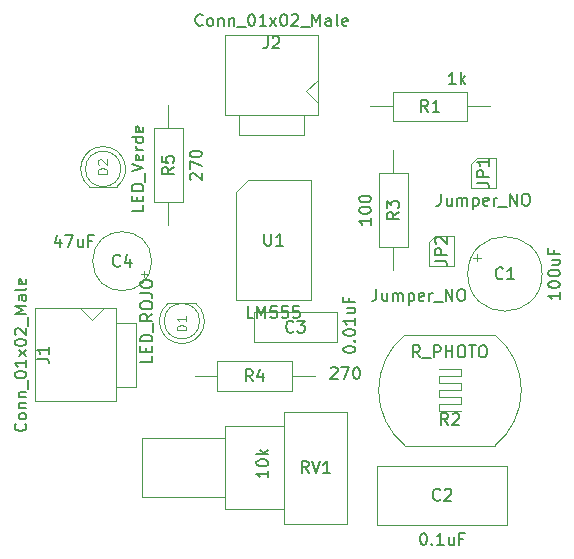
<source format=gbr>
G04 #@! TF.GenerationSoftware,KiCad,Pcbnew,(5.1.2)-1*
G04 #@! TF.CreationDate,2019-06-20T14:25:28-05:00*
G04 #@! TF.ProjectId,montaje,6d6f6e74-616a-4652-9e6b-696361645f70,rev?*
G04 #@! TF.SameCoordinates,Original*
G04 #@! TF.FileFunction,Other,Fab,Top*
%FSLAX46Y46*%
G04 Gerber Fmt 4.6, Leading zero omitted, Abs format (unit mm)*
G04 Created by KiCad (PCBNEW (5.1.2)-1) date 2019-06-20 14:25:28*
%MOMM*%
%LPD*%
G04 APERTURE LIST*
%ADD10C,0.100000*%
%ADD11C,0.150000*%
%ADD12C,0.120000*%
G04 APERTURE END LIST*
D10*
X167005000Y-88630000D02*
X168005000Y-87630000D01*
X167005000Y-97790000D02*
X167005000Y-88630000D01*
X173355000Y-97790000D02*
X167005000Y-97790000D01*
X173355000Y-87630000D02*
X173355000Y-97790000D01*
X168005000Y-87630000D02*
X173355000Y-87630000D01*
X189971000Y-111800000D02*
X178971000Y-111800000D01*
X189971000Y-116800000D02*
X189971000Y-111800000D01*
X178971000Y-116800000D02*
X189971000Y-116800000D01*
X178971000Y-111800000D02*
X178971000Y-116800000D01*
X176448000Y-116724000D02*
X176448000Y-107224000D01*
X176448000Y-107224000D02*
X171048000Y-107224000D01*
X171048000Y-107224000D02*
X171048000Y-116724000D01*
X171048000Y-116724000D02*
X176448000Y-116724000D01*
X171048000Y-115474000D02*
X171048000Y-108474000D01*
X171048000Y-108474000D02*
X166048000Y-108474000D01*
X166048000Y-108474000D02*
X166048000Y-115474000D01*
X166048000Y-115474000D02*
X171048000Y-115474000D01*
X166048000Y-114474000D02*
X166048000Y-109474000D01*
X166048000Y-109474000D02*
X159048000Y-109474000D01*
X159048000Y-109474000D02*
X159048000Y-114474000D01*
X159048000Y-114474000D02*
X166048000Y-114474000D01*
X161290000Y-81280000D02*
X161290000Y-83210000D01*
X161290000Y-91440000D02*
X161290000Y-89510000D01*
X160040000Y-83210000D02*
X160040000Y-89510000D01*
X162540000Y-83210000D02*
X160040000Y-83210000D01*
X162540000Y-89510000D02*
X162540000Y-83210000D01*
X160040000Y-89510000D02*
X162540000Y-89510000D01*
X163512500Y-104203500D02*
X165442500Y-104203500D01*
X173672500Y-104203500D02*
X171742500Y-104203500D01*
X165442500Y-105453500D02*
X171742500Y-105453500D01*
X165442500Y-102953500D02*
X165442500Y-105453500D01*
X171742500Y-102953500D02*
X165442500Y-102953500D01*
X171742500Y-105453500D02*
X171742500Y-102953500D01*
X180340000Y-95250000D02*
X180340000Y-93320000D01*
X180340000Y-85090000D02*
X180340000Y-87020000D01*
X181590000Y-93320000D02*
X181590000Y-87020000D01*
X179090000Y-93320000D02*
X181590000Y-93320000D01*
X179090000Y-87020000D02*
X179090000Y-93320000D01*
X181590000Y-87020000D02*
X179090000Y-87020000D01*
X188937229Y-110104146D02*
G75*
G03X188930000Y-100710000I-3807229J4694146D01*
G01*
X181322771Y-100715854D02*
G75*
G03X181330000Y-110110000I3807229J-4694146D01*
G01*
X188930000Y-110110000D02*
X181330000Y-110110000D01*
X181330000Y-100710000D02*
X188930000Y-100710000D01*
X186030000Y-103610000D02*
X184230000Y-103610000D01*
X186030000Y-104210000D02*
X186030000Y-103610000D01*
X184230000Y-104210000D02*
X186030000Y-104210000D01*
X184230000Y-104810000D02*
X184230000Y-104210000D01*
X186030000Y-104810000D02*
X184230000Y-104810000D01*
X186030000Y-105410000D02*
X186030000Y-104810000D01*
X184230000Y-105410000D02*
X186030000Y-105410000D01*
X184230000Y-106010000D02*
X184230000Y-105410000D01*
X186030000Y-106010000D02*
X184230000Y-106010000D01*
X186030000Y-106610000D02*
X186030000Y-106010000D01*
X184230000Y-106610000D02*
X186030000Y-106610000D01*
X184230000Y-107210000D02*
X184230000Y-106610000D01*
X186030000Y-107210000D02*
X184230000Y-107210000D01*
X188518800Y-81381600D02*
X186588800Y-81381600D01*
X178358800Y-81381600D02*
X180288800Y-81381600D01*
X186588800Y-80131600D02*
X180288800Y-80131600D01*
X186588800Y-82631600D02*
X186588800Y-80131600D01*
X180288800Y-82631600D02*
X186588800Y-82631600D01*
X180288800Y-80131600D02*
X180288800Y-82631600D01*
X183354000Y-92854000D02*
X183879000Y-92329000D01*
X183354000Y-94869000D02*
X183354000Y-92854000D01*
X185454000Y-94869000D02*
X183354000Y-94869000D01*
X185454000Y-92329000D02*
X185454000Y-94869000D01*
X183879000Y-92329000D02*
X185454000Y-92329000D01*
X186910000Y-86250000D02*
X187435000Y-85725000D01*
X186910000Y-88265000D02*
X186910000Y-86250000D01*
X189010000Y-88265000D02*
X186910000Y-88265000D01*
X189010000Y-85725000D02*
X189010000Y-88265000D01*
X187435000Y-85725000D02*
X189010000Y-85725000D01*
X173958800Y-79111600D02*
X172958800Y-80111600D01*
X173958800Y-81111600D02*
X172958800Y-80111600D01*
X167298800Y-83811600D02*
X167298800Y-82111600D01*
X172758800Y-83811600D02*
X167298800Y-83811600D01*
X172758800Y-82111600D02*
X172758800Y-83811600D01*
X166098800Y-82111600D02*
X173958800Y-82111600D01*
X166098800Y-75311600D02*
X166098800Y-82111600D01*
X173958800Y-75311600D02*
X166098800Y-75311600D01*
X173958800Y-82111600D02*
X173958800Y-75311600D01*
X153813000Y-98484000D02*
X154813000Y-99484000D01*
X155813000Y-98484000D02*
X154813000Y-99484000D01*
X158513000Y-105144000D02*
X156813000Y-105144000D01*
X158513000Y-99684000D02*
X158513000Y-105144000D01*
X156813000Y-99684000D02*
X158513000Y-99684000D01*
X156813000Y-106344000D02*
X156813000Y-98484000D01*
X150013000Y-106344000D02*
X156813000Y-106344000D01*
X150013000Y-98484000D02*
X150013000Y-106344000D01*
X156813000Y-98484000D02*
X150013000Y-98484000D01*
X156930976Y-88178055D02*
G75*
G03X154599310Y-88177500I-1165476J1500555D01*
G01*
X157265500Y-86677500D02*
G75*
G03X157265500Y-86677500I-1500000J0D01*
G01*
X154599310Y-88177500D02*
X156931690Y-88177500D01*
X161267524Y-98067445D02*
G75*
G03X163599190Y-98068000I1165476J-1500555D01*
G01*
X163933000Y-99568000D02*
G75*
G03X163933000Y-99568000I-1500000J0D01*
G01*
X163599190Y-98068000D02*
X161266810Y-98068000D01*
X159256605Y-95825500D02*
X159256605Y-95325500D01*
X159506605Y-95575500D02*
X159006605Y-95575500D01*
X159873000Y-94488000D02*
G75*
G03X159873000Y-94488000I-2500000J0D01*
G01*
X175545000Y-101326000D02*
X175545000Y-98826000D01*
X175545000Y-98826000D02*
X168545000Y-98826000D01*
X168545000Y-98826000D02*
X168545000Y-101326000D01*
X168545000Y-101326000D02*
X175545000Y-101326000D01*
X187402528Y-93879000D02*
X187402528Y-94509000D01*
X187087528Y-94194000D02*
X187717528Y-94194000D01*
X192931500Y-95567500D02*
G75*
G03X192931500Y-95567500I-3150000J0D01*
G01*
D11*
X168489523Y-99302380D02*
X168013333Y-99302380D01*
X168013333Y-98302380D01*
X168822857Y-99302380D02*
X168822857Y-98302380D01*
X169156190Y-99016666D01*
X169489523Y-98302380D01*
X169489523Y-99302380D01*
X170441904Y-98302380D02*
X169965714Y-98302380D01*
X169918095Y-98778571D01*
X169965714Y-98730952D01*
X170060952Y-98683333D01*
X170299047Y-98683333D01*
X170394285Y-98730952D01*
X170441904Y-98778571D01*
X170489523Y-98873809D01*
X170489523Y-99111904D01*
X170441904Y-99207142D01*
X170394285Y-99254761D01*
X170299047Y-99302380D01*
X170060952Y-99302380D01*
X169965714Y-99254761D01*
X169918095Y-99207142D01*
X171394285Y-98302380D02*
X170918095Y-98302380D01*
X170870476Y-98778571D01*
X170918095Y-98730952D01*
X171013333Y-98683333D01*
X171251428Y-98683333D01*
X171346666Y-98730952D01*
X171394285Y-98778571D01*
X171441904Y-98873809D01*
X171441904Y-99111904D01*
X171394285Y-99207142D01*
X171346666Y-99254761D01*
X171251428Y-99302380D01*
X171013333Y-99302380D01*
X170918095Y-99254761D01*
X170870476Y-99207142D01*
X172346666Y-98302380D02*
X171870476Y-98302380D01*
X171822857Y-98778571D01*
X171870476Y-98730952D01*
X171965714Y-98683333D01*
X172203809Y-98683333D01*
X172299047Y-98730952D01*
X172346666Y-98778571D01*
X172394285Y-98873809D01*
X172394285Y-99111904D01*
X172346666Y-99207142D01*
X172299047Y-99254761D01*
X172203809Y-99302380D01*
X171965714Y-99302380D01*
X171870476Y-99254761D01*
X171822857Y-99207142D01*
X169418095Y-92162380D02*
X169418095Y-92971904D01*
X169465714Y-93067142D01*
X169513333Y-93114761D01*
X169608571Y-93162380D01*
X169799047Y-93162380D01*
X169894285Y-93114761D01*
X169941904Y-93067142D01*
X169989523Y-92971904D01*
X169989523Y-92162380D01*
X170989523Y-93162380D02*
X170418095Y-93162380D01*
X170703809Y-93162380D02*
X170703809Y-92162380D01*
X170608571Y-92305238D01*
X170513333Y-92400476D01*
X170418095Y-92448095D01*
X182828142Y-117502380D02*
X182923380Y-117502380D01*
X183018619Y-117550000D01*
X183066238Y-117597619D01*
X183113857Y-117692857D01*
X183161476Y-117883333D01*
X183161476Y-118121428D01*
X183113857Y-118311904D01*
X183066238Y-118407142D01*
X183018619Y-118454761D01*
X182923380Y-118502380D01*
X182828142Y-118502380D01*
X182732904Y-118454761D01*
X182685285Y-118407142D01*
X182637666Y-118311904D01*
X182590047Y-118121428D01*
X182590047Y-117883333D01*
X182637666Y-117692857D01*
X182685285Y-117597619D01*
X182732904Y-117550000D01*
X182828142Y-117502380D01*
X183590047Y-118407142D02*
X183637666Y-118454761D01*
X183590047Y-118502380D01*
X183542428Y-118454761D01*
X183590047Y-118407142D01*
X183590047Y-118502380D01*
X184590047Y-118502380D02*
X184018619Y-118502380D01*
X184304333Y-118502380D02*
X184304333Y-117502380D01*
X184209095Y-117645238D01*
X184113857Y-117740476D01*
X184018619Y-117788095D01*
X185447190Y-117835714D02*
X185447190Y-118502380D01*
X185018619Y-117835714D02*
X185018619Y-118359523D01*
X185066238Y-118454761D01*
X185161476Y-118502380D01*
X185304333Y-118502380D01*
X185399571Y-118454761D01*
X185447190Y-118407142D01*
X186256714Y-117978571D02*
X185923380Y-117978571D01*
X185923380Y-118502380D02*
X185923380Y-117502380D01*
X186399571Y-117502380D01*
X184304333Y-114657142D02*
X184256714Y-114704761D01*
X184113857Y-114752380D01*
X184018619Y-114752380D01*
X183875761Y-114704761D01*
X183780523Y-114609523D01*
X183732904Y-114514285D01*
X183685285Y-114323809D01*
X183685285Y-114180952D01*
X183732904Y-113990476D01*
X183780523Y-113895238D01*
X183875761Y-113800000D01*
X184018619Y-113752380D01*
X184113857Y-113752380D01*
X184256714Y-113800000D01*
X184304333Y-113847619D01*
X184685285Y-113847619D02*
X184732904Y-113800000D01*
X184828142Y-113752380D01*
X185066238Y-113752380D01*
X185161476Y-113800000D01*
X185209095Y-113847619D01*
X185256714Y-113942857D01*
X185256714Y-114038095D01*
X185209095Y-114180952D01*
X184637666Y-114752380D01*
X185256714Y-114752380D01*
X169743380Y-112228238D02*
X169743380Y-112799666D01*
X169743380Y-112513952D02*
X168743380Y-112513952D01*
X168886238Y-112609190D01*
X168981476Y-112704428D01*
X169029095Y-112799666D01*
X168743380Y-111609190D02*
X168743380Y-111513952D01*
X168791000Y-111418714D01*
X168838619Y-111371095D01*
X168933857Y-111323476D01*
X169124333Y-111275857D01*
X169362428Y-111275857D01*
X169552904Y-111323476D01*
X169648142Y-111371095D01*
X169695761Y-111418714D01*
X169743380Y-111513952D01*
X169743380Y-111609190D01*
X169695761Y-111704428D01*
X169648142Y-111752047D01*
X169552904Y-111799666D01*
X169362428Y-111847285D01*
X169124333Y-111847285D01*
X168933857Y-111799666D01*
X168838619Y-111752047D01*
X168791000Y-111704428D01*
X168743380Y-111609190D01*
X169743380Y-110847285D02*
X168743380Y-110847285D01*
X169362428Y-110752047D02*
X169743380Y-110466333D01*
X169076714Y-110466333D02*
X169457666Y-110847285D01*
X173152761Y-112426380D02*
X172819428Y-111950190D01*
X172581333Y-112426380D02*
X172581333Y-111426380D01*
X172962285Y-111426380D01*
X173057523Y-111474000D01*
X173105142Y-111521619D01*
X173152761Y-111616857D01*
X173152761Y-111759714D01*
X173105142Y-111854952D01*
X173057523Y-111902571D01*
X172962285Y-111950190D01*
X172581333Y-111950190D01*
X173438476Y-111426380D02*
X173771809Y-112426380D01*
X174105142Y-111426380D01*
X174962285Y-112426380D02*
X174390857Y-112426380D01*
X174676571Y-112426380D02*
X174676571Y-111426380D01*
X174581333Y-111569238D01*
X174486095Y-111664476D01*
X174390857Y-111712095D01*
X163207619Y-87598095D02*
X163160000Y-87550476D01*
X163112380Y-87455238D01*
X163112380Y-87217142D01*
X163160000Y-87121904D01*
X163207619Y-87074285D01*
X163302857Y-87026666D01*
X163398095Y-87026666D01*
X163540952Y-87074285D01*
X164112380Y-87645714D01*
X164112380Y-87026666D01*
X163112380Y-86693333D02*
X163112380Y-86026666D01*
X164112380Y-86455238D01*
X163112380Y-85455238D02*
X163112380Y-85360000D01*
X163160000Y-85264761D01*
X163207619Y-85217142D01*
X163302857Y-85169523D01*
X163493333Y-85121904D01*
X163731428Y-85121904D01*
X163921904Y-85169523D01*
X164017142Y-85217142D01*
X164064761Y-85264761D01*
X164112380Y-85360000D01*
X164112380Y-85455238D01*
X164064761Y-85550476D01*
X164017142Y-85598095D01*
X163921904Y-85645714D01*
X163731428Y-85693333D01*
X163493333Y-85693333D01*
X163302857Y-85645714D01*
X163207619Y-85598095D01*
X163160000Y-85550476D01*
X163112380Y-85455238D01*
X161742380Y-86526666D02*
X161266190Y-86860000D01*
X161742380Y-87098095D02*
X160742380Y-87098095D01*
X160742380Y-86717142D01*
X160790000Y-86621904D01*
X160837619Y-86574285D01*
X160932857Y-86526666D01*
X161075714Y-86526666D01*
X161170952Y-86574285D01*
X161218571Y-86621904D01*
X161266190Y-86717142D01*
X161266190Y-87098095D01*
X160742380Y-85621904D02*
X160742380Y-86098095D01*
X161218571Y-86145714D01*
X161170952Y-86098095D01*
X161123333Y-86002857D01*
X161123333Y-85764761D01*
X161170952Y-85669523D01*
X161218571Y-85621904D01*
X161313809Y-85574285D01*
X161551904Y-85574285D01*
X161647142Y-85621904D01*
X161694761Y-85669523D01*
X161742380Y-85764761D01*
X161742380Y-86002857D01*
X161694761Y-86098095D01*
X161647142Y-86145714D01*
X175037904Y-103560619D02*
X175085523Y-103513000D01*
X175180761Y-103465380D01*
X175418857Y-103465380D01*
X175514095Y-103513000D01*
X175561714Y-103560619D01*
X175609333Y-103655857D01*
X175609333Y-103751095D01*
X175561714Y-103893952D01*
X174990285Y-104465380D01*
X175609333Y-104465380D01*
X175942666Y-103465380D02*
X176609333Y-103465380D01*
X176180761Y-104465380D01*
X177180761Y-103465380D02*
X177276000Y-103465380D01*
X177371238Y-103513000D01*
X177418857Y-103560619D01*
X177466476Y-103655857D01*
X177514095Y-103846333D01*
X177514095Y-104084428D01*
X177466476Y-104274904D01*
X177418857Y-104370142D01*
X177371238Y-104417761D01*
X177276000Y-104465380D01*
X177180761Y-104465380D01*
X177085523Y-104417761D01*
X177037904Y-104370142D01*
X176990285Y-104274904D01*
X176942666Y-104084428D01*
X176942666Y-103846333D01*
X176990285Y-103655857D01*
X177037904Y-103560619D01*
X177085523Y-103513000D01*
X177180761Y-103465380D01*
X168425833Y-104655880D02*
X168092500Y-104179690D01*
X167854404Y-104655880D02*
X167854404Y-103655880D01*
X168235357Y-103655880D01*
X168330595Y-103703500D01*
X168378214Y-103751119D01*
X168425833Y-103846357D01*
X168425833Y-103989214D01*
X168378214Y-104084452D01*
X168330595Y-104132071D01*
X168235357Y-104179690D01*
X167854404Y-104179690D01*
X169282976Y-103989214D02*
X169282976Y-104655880D01*
X169044880Y-103608261D02*
X168806785Y-104322547D01*
X169425833Y-104322547D01*
X178422380Y-90836666D02*
X178422380Y-91408095D01*
X178422380Y-91122380D02*
X177422380Y-91122380D01*
X177565238Y-91217619D01*
X177660476Y-91312857D01*
X177708095Y-91408095D01*
X177422380Y-90217619D02*
X177422380Y-90122380D01*
X177470000Y-90027142D01*
X177517619Y-89979523D01*
X177612857Y-89931904D01*
X177803333Y-89884285D01*
X178041428Y-89884285D01*
X178231904Y-89931904D01*
X178327142Y-89979523D01*
X178374761Y-90027142D01*
X178422380Y-90122380D01*
X178422380Y-90217619D01*
X178374761Y-90312857D01*
X178327142Y-90360476D01*
X178231904Y-90408095D01*
X178041428Y-90455714D01*
X177803333Y-90455714D01*
X177612857Y-90408095D01*
X177517619Y-90360476D01*
X177470000Y-90312857D01*
X177422380Y-90217619D01*
X177422380Y-89265238D02*
X177422380Y-89170000D01*
X177470000Y-89074761D01*
X177517619Y-89027142D01*
X177612857Y-88979523D01*
X177803333Y-88931904D01*
X178041428Y-88931904D01*
X178231904Y-88979523D01*
X178327142Y-89027142D01*
X178374761Y-89074761D01*
X178422380Y-89170000D01*
X178422380Y-89265238D01*
X178374761Y-89360476D01*
X178327142Y-89408095D01*
X178231904Y-89455714D01*
X178041428Y-89503333D01*
X177803333Y-89503333D01*
X177612857Y-89455714D01*
X177517619Y-89408095D01*
X177470000Y-89360476D01*
X177422380Y-89265238D01*
X180792380Y-90336666D02*
X180316190Y-90670000D01*
X180792380Y-90908095D02*
X179792380Y-90908095D01*
X179792380Y-90527142D01*
X179840000Y-90431904D01*
X179887619Y-90384285D01*
X179982857Y-90336666D01*
X180125714Y-90336666D01*
X180220952Y-90384285D01*
X180268571Y-90431904D01*
X180316190Y-90527142D01*
X180316190Y-90908095D01*
X179792380Y-90003333D02*
X179792380Y-89384285D01*
X180173333Y-89717619D01*
X180173333Y-89574761D01*
X180220952Y-89479523D01*
X180268571Y-89431904D01*
X180363809Y-89384285D01*
X180601904Y-89384285D01*
X180697142Y-89431904D01*
X180744761Y-89479523D01*
X180792380Y-89574761D01*
X180792380Y-89860476D01*
X180744761Y-89955714D01*
X180697142Y-90003333D01*
X182578690Y-102623880D02*
X182245357Y-102147690D01*
X182007261Y-102623880D02*
X182007261Y-101623880D01*
X182388214Y-101623880D01*
X182483452Y-101671500D01*
X182531071Y-101719119D01*
X182578690Y-101814357D01*
X182578690Y-101957214D01*
X182531071Y-102052452D01*
X182483452Y-102100071D01*
X182388214Y-102147690D01*
X182007261Y-102147690D01*
X182769166Y-102719119D02*
X183531071Y-102719119D01*
X183769166Y-102623880D02*
X183769166Y-101623880D01*
X184150119Y-101623880D01*
X184245357Y-101671500D01*
X184292976Y-101719119D01*
X184340595Y-101814357D01*
X184340595Y-101957214D01*
X184292976Y-102052452D01*
X184245357Y-102100071D01*
X184150119Y-102147690D01*
X183769166Y-102147690D01*
X184769166Y-102623880D02*
X184769166Y-101623880D01*
X184769166Y-102100071D02*
X185340595Y-102100071D01*
X185340595Y-102623880D02*
X185340595Y-101623880D01*
X186007261Y-101623880D02*
X186197738Y-101623880D01*
X186292976Y-101671500D01*
X186388214Y-101766738D01*
X186435833Y-101957214D01*
X186435833Y-102290547D01*
X186388214Y-102481023D01*
X186292976Y-102576261D01*
X186197738Y-102623880D01*
X186007261Y-102623880D01*
X185912023Y-102576261D01*
X185816785Y-102481023D01*
X185769166Y-102290547D01*
X185769166Y-101957214D01*
X185816785Y-101766738D01*
X185912023Y-101671500D01*
X186007261Y-101623880D01*
X186721547Y-101623880D02*
X187292976Y-101623880D01*
X187007261Y-102623880D02*
X187007261Y-101623880D01*
X187816785Y-101623880D02*
X188007261Y-101623880D01*
X188102500Y-101671500D01*
X188197738Y-101766738D01*
X188245357Y-101957214D01*
X188245357Y-102290547D01*
X188197738Y-102481023D01*
X188102500Y-102576261D01*
X188007261Y-102623880D01*
X187816785Y-102623880D01*
X187721547Y-102576261D01*
X187626309Y-102481023D01*
X187578690Y-102290547D01*
X187578690Y-101957214D01*
X187626309Y-101766738D01*
X187721547Y-101671500D01*
X187816785Y-101623880D01*
X184963333Y-108362380D02*
X184630000Y-107886190D01*
X184391904Y-108362380D02*
X184391904Y-107362380D01*
X184772857Y-107362380D01*
X184868095Y-107410000D01*
X184915714Y-107457619D01*
X184963333Y-107552857D01*
X184963333Y-107695714D01*
X184915714Y-107790952D01*
X184868095Y-107838571D01*
X184772857Y-107886190D01*
X184391904Y-107886190D01*
X185344285Y-107457619D02*
X185391904Y-107410000D01*
X185487142Y-107362380D01*
X185725238Y-107362380D01*
X185820476Y-107410000D01*
X185868095Y-107457619D01*
X185915714Y-107552857D01*
X185915714Y-107648095D01*
X185868095Y-107790952D01*
X185296666Y-108362380D01*
X185915714Y-108362380D01*
X185618452Y-79509880D02*
X185047023Y-79509880D01*
X185332738Y-79509880D02*
X185332738Y-78509880D01*
X185237500Y-78652738D01*
X185142261Y-78747976D01*
X185047023Y-78795595D01*
X186047023Y-79509880D02*
X186047023Y-78509880D01*
X186142261Y-79128928D02*
X186427976Y-79509880D01*
X186427976Y-78843214D02*
X186047023Y-79224166D01*
X183272133Y-81833980D02*
X182938800Y-81357790D01*
X182700704Y-81833980D02*
X182700704Y-80833980D01*
X183081657Y-80833980D01*
X183176895Y-80881600D01*
X183224514Y-80929219D01*
X183272133Y-81024457D01*
X183272133Y-81167314D01*
X183224514Y-81262552D01*
X183176895Y-81310171D01*
X183081657Y-81357790D01*
X182700704Y-81357790D01*
X184224514Y-81833980D02*
X183653085Y-81833980D01*
X183938800Y-81833980D02*
X183938800Y-80833980D01*
X183843561Y-80976838D01*
X183748323Y-81072076D01*
X183653085Y-81119695D01*
X178903761Y-96861380D02*
X178903761Y-97575666D01*
X178856142Y-97718523D01*
X178760904Y-97813761D01*
X178618047Y-97861380D01*
X178522809Y-97861380D01*
X179808523Y-97194714D02*
X179808523Y-97861380D01*
X179379952Y-97194714D02*
X179379952Y-97718523D01*
X179427571Y-97813761D01*
X179522809Y-97861380D01*
X179665666Y-97861380D01*
X179760904Y-97813761D01*
X179808523Y-97766142D01*
X180284714Y-97861380D02*
X180284714Y-97194714D01*
X180284714Y-97289952D02*
X180332333Y-97242333D01*
X180427571Y-97194714D01*
X180570428Y-97194714D01*
X180665666Y-97242333D01*
X180713285Y-97337571D01*
X180713285Y-97861380D01*
X180713285Y-97337571D02*
X180760904Y-97242333D01*
X180856142Y-97194714D01*
X180999000Y-97194714D01*
X181094238Y-97242333D01*
X181141857Y-97337571D01*
X181141857Y-97861380D01*
X181618047Y-97194714D02*
X181618047Y-98194714D01*
X181618047Y-97242333D02*
X181713285Y-97194714D01*
X181903761Y-97194714D01*
X181999000Y-97242333D01*
X182046619Y-97289952D01*
X182094238Y-97385190D01*
X182094238Y-97670904D01*
X182046619Y-97766142D01*
X181999000Y-97813761D01*
X181903761Y-97861380D01*
X181713285Y-97861380D01*
X181618047Y-97813761D01*
X182903761Y-97813761D02*
X182808523Y-97861380D01*
X182618047Y-97861380D01*
X182522809Y-97813761D01*
X182475190Y-97718523D01*
X182475190Y-97337571D01*
X182522809Y-97242333D01*
X182618047Y-97194714D01*
X182808523Y-97194714D01*
X182903761Y-97242333D01*
X182951380Y-97337571D01*
X182951380Y-97432809D01*
X182475190Y-97528047D01*
X183379952Y-97861380D02*
X183379952Y-97194714D01*
X183379952Y-97385190D02*
X183427571Y-97289952D01*
X183475190Y-97242333D01*
X183570428Y-97194714D01*
X183665666Y-97194714D01*
X183760904Y-97956619D02*
X184522809Y-97956619D01*
X184760904Y-97861380D02*
X184760904Y-96861380D01*
X185332333Y-97861380D01*
X185332333Y-96861380D01*
X185999000Y-96861380D02*
X186189476Y-96861380D01*
X186284714Y-96909000D01*
X186379952Y-97004238D01*
X186427571Y-97194714D01*
X186427571Y-97528047D01*
X186379952Y-97718523D01*
X186284714Y-97813761D01*
X186189476Y-97861380D01*
X185999000Y-97861380D01*
X185903761Y-97813761D01*
X185808523Y-97718523D01*
X185760904Y-97528047D01*
X185760904Y-97194714D01*
X185808523Y-97004238D01*
X185903761Y-96909000D01*
X185999000Y-96861380D01*
X183856380Y-94432333D02*
X184570666Y-94432333D01*
X184713523Y-94479952D01*
X184808761Y-94575190D01*
X184856380Y-94718047D01*
X184856380Y-94813285D01*
X184856380Y-93956142D02*
X183856380Y-93956142D01*
X183856380Y-93575190D01*
X183904000Y-93479952D01*
X183951619Y-93432333D01*
X184046857Y-93384714D01*
X184189714Y-93384714D01*
X184284952Y-93432333D01*
X184332571Y-93479952D01*
X184380190Y-93575190D01*
X184380190Y-93956142D01*
X183951619Y-93003761D02*
X183904000Y-92956142D01*
X183856380Y-92860904D01*
X183856380Y-92622809D01*
X183904000Y-92527571D01*
X183951619Y-92479952D01*
X184046857Y-92432333D01*
X184142095Y-92432333D01*
X184284952Y-92479952D01*
X184856380Y-93051380D01*
X184856380Y-92432333D01*
X184364761Y-88777380D02*
X184364761Y-89491666D01*
X184317142Y-89634523D01*
X184221904Y-89729761D01*
X184079047Y-89777380D01*
X183983809Y-89777380D01*
X185269523Y-89110714D02*
X185269523Y-89777380D01*
X184840952Y-89110714D02*
X184840952Y-89634523D01*
X184888571Y-89729761D01*
X184983809Y-89777380D01*
X185126666Y-89777380D01*
X185221904Y-89729761D01*
X185269523Y-89682142D01*
X185745714Y-89777380D02*
X185745714Y-89110714D01*
X185745714Y-89205952D02*
X185793333Y-89158333D01*
X185888571Y-89110714D01*
X186031428Y-89110714D01*
X186126666Y-89158333D01*
X186174285Y-89253571D01*
X186174285Y-89777380D01*
X186174285Y-89253571D02*
X186221904Y-89158333D01*
X186317142Y-89110714D01*
X186460000Y-89110714D01*
X186555238Y-89158333D01*
X186602857Y-89253571D01*
X186602857Y-89777380D01*
X187079047Y-89110714D02*
X187079047Y-90110714D01*
X187079047Y-89158333D02*
X187174285Y-89110714D01*
X187364761Y-89110714D01*
X187460000Y-89158333D01*
X187507619Y-89205952D01*
X187555238Y-89301190D01*
X187555238Y-89586904D01*
X187507619Y-89682142D01*
X187460000Y-89729761D01*
X187364761Y-89777380D01*
X187174285Y-89777380D01*
X187079047Y-89729761D01*
X188364761Y-89729761D02*
X188269523Y-89777380D01*
X188079047Y-89777380D01*
X187983809Y-89729761D01*
X187936190Y-89634523D01*
X187936190Y-89253571D01*
X187983809Y-89158333D01*
X188079047Y-89110714D01*
X188269523Y-89110714D01*
X188364761Y-89158333D01*
X188412380Y-89253571D01*
X188412380Y-89348809D01*
X187936190Y-89444047D01*
X188840952Y-89777380D02*
X188840952Y-89110714D01*
X188840952Y-89301190D02*
X188888571Y-89205952D01*
X188936190Y-89158333D01*
X189031428Y-89110714D01*
X189126666Y-89110714D01*
X189221904Y-89872619D02*
X189983809Y-89872619D01*
X190221904Y-89777380D02*
X190221904Y-88777380D01*
X190793333Y-89777380D01*
X190793333Y-88777380D01*
X191460000Y-88777380D02*
X191650476Y-88777380D01*
X191745714Y-88825000D01*
X191840952Y-88920238D01*
X191888571Y-89110714D01*
X191888571Y-89444047D01*
X191840952Y-89634523D01*
X191745714Y-89729761D01*
X191650476Y-89777380D01*
X191460000Y-89777380D01*
X191364761Y-89729761D01*
X191269523Y-89634523D01*
X191221904Y-89444047D01*
X191221904Y-89110714D01*
X191269523Y-88920238D01*
X191364761Y-88825000D01*
X191460000Y-88777380D01*
X187412380Y-87828333D02*
X188126666Y-87828333D01*
X188269523Y-87875952D01*
X188364761Y-87971190D01*
X188412380Y-88114047D01*
X188412380Y-88209285D01*
X188412380Y-87352142D02*
X187412380Y-87352142D01*
X187412380Y-86971190D01*
X187460000Y-86875952D01*
X187507619Y-86828333D01*
X187602857Y-86780714D01*
X187745714Y-86780714D01*
X187840952Y-86828333D01*
X187888571Y-86875952D01*
X187936190Y-86971190D01*
X187936190Y-87352142D01*
X188412380Y-85828333D02*
X188412380Y-86399761D01*
X188412380Y-86114047D02*
X187412380Y-86114047D01*
X187555238Y-86209285D01*
X187650476Y-86304523D01*
X187698095Y-86399761D01*
X164195466Y-74468742D02*
X164147847Y-74516361D01*
X164004990Y-74563980D01*
X163909752Y-74563980D01*
X163766895Y-74516361D01*
X163671657Y-74421123D01*
X163624038Y-74325885D01*
X163576419Y-74135409D01*
X163576419Y-73992552D01*
X163624038Y-73802076D01*
X163671657Y-73706838D01*
X163766895Y-73611600D01*
X163909752Y-73563980D01*
X164004990Y-73563980D01*
X164147847Y-73611600D01*
X164195466Y-73659219D01*
X164766895Y-74563980D02*
X164671657Y-74516361D01*
X164624038Y-74468742D01*
X164576419Y-74373504D01*
X164576419Y-74087790D01*
X164624038Y-73992552D01*
X164671657Y-73944933D01*
X164766895Y-73897314D01*
X164909752Y-73897314D01*
X165004990Y-73944933D01*
X165052609Y-73992552D01*
X165100228Y-74087790D01*
X165100228Y-74373504D01*
X165052609Y-74468742D01*
X165004990Y-74516361D01*
X164909752Y-74563980D01*
X164766895Y-74563980D01*
X165528800Y-73897314D02*
X165528800Y-74563980D01*
X165528800Y-73992552D02*
X165576419Y-73944933D01*
X165671657Y-73897314D01*
X165814514Y-73897314D01*
X165909752Y-73944933D01*
X165957371Y-74040171D01*
X165957371Y-74563980D01*
X166433561Y-73897314D02*
X166433561Y-74563980D01*
X166433561Y-73992552D02*
X166481180Y-73944933D01*
X166576419Y-73897314D01*
X166719276Y-73897314D01*
X166814514Y-73944933D01*
X166862133Y-74040171D01*
X166862133Y-74563980D01*
X167100228Y-74659219D02*
X167862133Y-74659219D01*
X168290704Y-73563980D02*
X168385942Y-73563980D01*
X168481180Y-73611600D01*
X168528800Y-73659219D01*
X168576419Y-73754457D01*
X168624038Y-73944933D01*
X168624038Y-74183028D01*
X168576419Y-74373504D01*
X168528800Y-74468742D01*
X168481180Y-74516361D01*
X168385942Y-74563980D01*
X168290704Y-74563980D01*
X168195466Y-74516361D01*
X168147847Y-74468742D01*
X168100228Y-74373504D01*
X168052609Y-74183028D01*
X168052609Y-73944933D01*
X168100228Y-73754457D01*
X168147847Y-73659219D01*
X168195466Y-73611600D01*
X168290704Y-73563980D01*
X169576419Y-74563980D02*
X169004990Y-74563980D01*
X169290704Y-74563980D02*
X169290704Y-73563980D01*
X169195466Y-73706838D01*
X169100228Y-73802076D01*
X169004990Y-73849695D01*
X169909752Y-74563980D02*
X170433561Y-73897314D01*
X169909752Y-73897314D02*
X170433561Y-74563980D01*
X171004990Y-73563980D02*
X171100228Y-73563980D01*
X171195466Y-73611600D01*
X171243085Y-73659219D01*
X171290704Y-73754457D01*
X171338323Y-73944933D01*
X171338323Y-74183028D01*
X171290704Y-74373504D01*
X171243085Y-74468742D01*
X171195466Y-74516361D01*
X171100228Y-74563980D01*
X171004990Y-74563980D01*
X170909752Y-74516361D01*
X170862133Y-74468742D01*
X170814514Y-74373504D01*
X170766895Y-74183028D01*
X170766895Y-73944933D01*
X170814514Y-73754457D01*
X170862133Y-73659219D01*
X170909752Y-73611600D01*
X171004990Y-73563980D01*
X171719276Y-73659219D02*
X171766895Y-73611600D01*
X171862133Y-73563980D01*
X172100228Y-73563980D01*
X172195466Y-73611600D01*
X172243085Y-73659219D01*
X172290704Y-73754457D01*
X172290704Y-73849695D01*
X172243085Y-73992552D01*
X171671657Y-74563980D01*
X172290704Y-74563980D01*
X172481180Y-74659219D02*
X173243085Y-74659219D01*
X173481180Y-74563980D02*
X173481180Y-73563980D01*
X173814514Y-74278266D01*
X174147847Y-73563980D01*
X174147847Y-74563980D01*
X175052609Y-74563980D02*
X175052609Y-74040171D01*
X175004990Y-73944933D01*
X174909752Y-73897314D01*
X174719276Y-73897314D01*
X174624038Y-73944933D01*
X175052609Y-74516361D02*
X174957371Y-74563980D01*
X174719276Y-74563980D01*
X174624038Y-74516361D01*
X174576419Y-74421123D01*
X174576419Y-74325885D01*
X174624038Y-74230647D01*
X174719276Y-74183028D01*
X174957371Y-74183028D01*
X175052609Y-74135409D01*
X175671657Y-74563980D02*
X175576419Y-74516361D01*
X175528800Y-74421123D01*
X175528800Y-73563980D01*
X176433561Y-74516361D02*
X176338323Y-74563980D01*
X176147847Y-74563980D01*
X176052609Y-74516361D01*
X176004990Y-74421123D01*
X176004990Y-74040171D01*
X176052609Y-73944933D01*
X176147847Y-73897314D01*
X176338323Y-73897314D01*
X176433561Y-73944933D01*
X176481180Y-74040171D01*
X176481180Y-74135409D01*
X176004990Y-74230647D01*
X169695466Y-75463980D02*
X169695466Y-76178266D01*
X169647847Y-76321123D01*
X169552609Y-76416361D01*
X169409752Y-76463980D01*
X169314514Y-76463980D01*
X170124038Y-75559219D02*
X170171657Y-75511600D01*
X170266895Y-75463980D01*
X170504990Y-75463980D01*
X170600228Y-75511600D01*
X170647847Y-75559219D01*
X170695466Y-75654457D01*
X170695466Y-75749695D01*
X170647847Y-75892552D01*
X170076419Y-76463980D01*
X170695466Y-76463980D01*
X149170142Y-108247333D02*
X149217761Y-108294952D01*
X149265380Y-108437809D01*
X149265380Y-108533047D01*
X149217761Y-108675904D01*
X149122523Y-108771142D01*
X149027285Y-108818761D01*
X148836809Y-108866380D01*
X148693952Y-108866380D01*
X148503476Y-108818761D01*
X148408238Y-108771142D01*
X148313000Y-108675904D01*
X148265380Y-108533047D01*
X148265380Y-108437809D01*
X148313000Y-108294952D01*
X148360619Y-108247333D01*
X149265380Y-107675904D02*
X149217761Y-107771142D01*
X149170142Y-107818761D01*
X149074904Y-107866380D01*
X148789190Y-107866380D01*
X148693952Y-107818761D01*
X148646333Y-107771142D01*
X148598714Y-107675904D01*
X148598714Y-107533047D01*
X148646333Y-107437809D01*
X148693952Y-107390190D01*
X148789190Y-107342571D01*
X149074904Y-107342571D01*
X149170142Y-107390190D01*
X149217761Y-107437809D01*
X149265380Y-107533047D01*
X149265380Y-107675904D01*
X148598714Y-106914000D02*
X149265380Y-106914000D01*
X148693952Y-106914000D02*
X148646333Y-106866380D01*
X148598714Y-106771142D01*
X148598714Y-106628285D01*
X148646333Y-106533047D01*
X148741571Y-106485428D01*
X149265380Y-106485428D01*
X148598714Y-106009238D02*
X149265380Y-106009238D01*
X148693952Y-106009238D02*
X148646333Y-105961619D01*
X148598714Y-105866380D01*
X148598714Y-105723523D01*
X148646333Y-105628285D01*
X148741571Y-105580666D01*
X149265380Y-105580666D01*
X149360619Y-105342571D02*
X149360619Y-104580666D01*
X148265380Y-104152095D02*
X148265380Y-104056857D01*
X148313000Y-103961619D01*
X148360619Y-103914000D01*
X148455857Y-103866380D01*
X148646333Y-103818761D01*
X148884428Y-103818761D01*
X149074904Y-103866380D01*
X149170142Y-103914000D01*
X149217761Y-103961619D01*
X149265380Y-104056857D01*
X149265380Y-104152095D01*
X149217761Y-104247333D01*
X149170142Y-104294952D01*
X149074904Y-104342571D01*
X148884428Y-104390190D01*
X148646333Y-104390190D01*
X148455857Y-104342571D01*
X148360619Y-104294952D01*
X148313000Y-104247333D01*
X148265380Y-104152095D01*
X149265380Y-102866380D02*
X149265380Y-103437809D01*
X149265380Y-103152095D02*
X148265380Y-103152095D01*
X148408238Y-103247333D01*
X148503476Y-103342571D01*
X148551095Y-103437809D01*
X149265380Y-102533047D02*
X148598714Y-102009238D01*
X148598714Y-102533047D02*
X149265380Y-102009238D01*
X148265380Y-101437809D02*
X148265380Y-101342571D01*
X148313000Y-101247333D01*
X148360619Y-101199714D01*
X148455857Y-101152095D01*
X148646333Y-101104476D01*
X148884428Y-101104476D01*
X149074904Y-101152095D01*
X149170142Y-101199714D01*
X149217761Y-101247333D01*
X149265380Y-101342571D01*
X149265380Y-101437809D01*
X149217761Y-101533047D01*
X149170142Y-101580666D01*
X149074904Y-101628285D01*
X148884428Y-101675904D01*
X148646333Y-101675904D01*
X148455857Y-101628285D01*
X148360619Y-101580666D01*
X148313000Y-101533047D01*
X148265380Y-101437809D01*
X148360619Y-100723523D02*
X148313000Y-100675904D01*
X148265380Y-100580666D01*
X148265380Y-100342571D01*
X148313000Y-100247333D01*
X148360619Y-100199714D01*
X148455857Y-100152095D01*
X148551095Y-100152095D01*
X148693952Y-100199714D01*
X149265380Y-100771142D01*
X149265380Y-100152095D01*
X149360619Y-99961619D02*
X149360619Y-99199714D01*
X149265380Y-98961619D02*
X148265380Y-98961619D01*
X148979666Y-98628285D01*
X148265380Y-98294952D01*
X149265380Y-98294952D01*
X149265380Y-97390190D02*
X148741571Y-97390190D01*
X148646333Y-97437809D01*
X148598714Y-97533047D01*
X148598714Y-97723523D01*
X148646333Y-97818761D01*
X149217761Y-97390190D02*
X149265380Y-97485428D01*
X149265380Y-97723523D01*
X149217761Y-97818761D01*
X149122523Y-97866380D01*
X149027285Y-97866380D01*
X148932047Y-97818761D01*
X148884428Y-97723523D01*
X148884428Y-97485428D01*
X148836809Y-97390190D01*
X149265380Y-96771142D02*
X149217761Y-96866380D01*
X149122523Y-96914000D01*
X148265380Y-96914000D01*
X149217761Y-96009238D02*
X149265380Y-96104476D01*
X149265380Y-96294952D01*
X149217761Y-96390190D01*
X149122523Y-96437809D01*
X148741571Y-96437809D01*
X148646333Y-96390190D01*
X148598714Y-96294952D01*
X148598714Y-96104476D01*
X148646333Y-96009238D01*
X148741571Y-95961619D01*
X148836809Y-95961619D01*
X148932047Y-96437809D01*
X150165380Y-102747333D02*
X150879666Y-102747333D01*
X151022523Y-102794952D01*
X151117761Y-102890190D01*
X151165380Y-103033047D01*
X151165380Y-103128285D01*
X151165380Y-101747333D02*
X151165380Y-102318761D01*
X151165380Y-102033047D02*
X150165380Y-102033047D01*
X150308238Y-102128285D01*
X150403476Y-102223523D01*
X150451095Y-102318761D01*
X159177880Y-89748928D02*
X159177880Y-90225119D01*
X158177880Y-90225119D01*
X158654071Y-89415595D02*
X158654071Y-89082261D01*
X159177880Y-88939404D02*
X159177880Y-89415595D01*
X158177880Y-89415595D01*
X158177880Y-88939404D01*
X159177880Y-88510833D02*
X158177880Y-88510833D01*
X158177880Y-88272738D01*
X158225500Y-88129880D01*
X158320738Y-88034642D01*
X158415976Y-87987023D01*
X158606452Y-87939404D01*
X158749309Y-87939404D01*
X158939785Y-87987023D01*
X159035023Y-88034642D01*
X159130261Y-88129880D01*
X159177880Y-88272738D01*
X159177880Y-88510833D01*
X159273119Y-87748928D02*
X159273119Y-86987023D01*
X158177880Y-86891785D02*
X159177880Y-86558452D01*
X158177880Y-86225119D01*
X159130261Y-85510833D02*
X159177880Y-85606071D01*
X159177880Y-85796547D01*
X159130261Y-85891785D01*
X159035023Y-85939404D01*
X158654071Y-85939404D01*
X158558833Y-85891785D01*
X158511214Y-85796547D01*
X158511214Y-85606071D01*
X158558833Y-85510833D01*
X158654071Y-85463214D01*
X158749309Y-85463214D01*
X158844547Y-85939404D01*
X159177880Y-85034642D02*
X158511214Y-85034642D01*
X158701690Y-85034642D02*
X158606452Y-84987023D01*
X158558833Y-84939404D01*
X158511214Y-84844166D01*
X158511214Y-84748928D01*
X159177880Y-83987023D02*
X158177880Y-83987023D01*
X159130261Y-83987023D02*
X159177880Y-84082261D01*
X159177880Y-84272738D01*
X159130261Y-84367976D01*
X159082642Y-84415595D01*
X158987404Y-84463214D01*
X158701690Y-84463214D01*
X158606452Y-84415595D01*
X158558833Y-84367976D01*
X158511214Y-84272738D01*
X158511214Y-84082261D01*
X158558833Y-83987023D01*
X159130261Y-83129880D02*
X159177880Y-83225119D01*
X159177880Y-83415595D01*
X159130261Y-83510833D01*
X159035023Y-83558452D01*
X158654071Y-83558452D01*
X158558833Y-83510833D01*
X158511214Y-83415595D01*
X158511214Y-83225119D01*
X158558833Y-83129880D01*
X158654071Y-83082261D01*
X158749309Y-83082261D01*
X158844547Y-83558452D01*
D12*
X156127404Y-87067976D02*
X155327404Y-87067976D01*
X155327404Y-86877500D01*
X155365500Y-86763214D01*
X155441690Y-86687023D01*
X155517880Y-86648928D01*
X155670261Y-86610833D01*
X155784547Y-86610833D01*
X155936928Y-86648928D01*
X156013119Y-86687023D01*
X156089309Y-86763214D01*
X156127404Y-86877500D01*
X156127404Y-87067976D01*
X155403595Y-86306071D02*
X155365500Y-86267976D01*
X155327404Y-86191785D01*
X155327404Y-86001309D01*
X155365500Y-85925119D01*
X155403595Y-85887023D01*
X155479785Y-85848928D01*
X155555976Y-85848928D01*
X155670261Y-85887023D01*
X156127404Y-86344166D01*
X156127404Y-85848928D01*
D11*
X159925380Y-102520380D02*
X159925380Y-102996571D01*
X158925380Y-102996571D01*
X159401571Y-102187047D02*
X159401571Y-101853714D01*
X159925380Y-101710857D02*
X159925380Y-102187047D01*
X158925380Y-102187047D01*
X158925380Y-101710857D01*
X159925380Y-101282285D02*
X158925380Y-101282285D01*
X158925380Y-101044190D01*
X158973000Y-100901333D01*
X159068238Y-100806095D01*
X159163476Y-100758476D01*
X159353952Y-100710857D01*
X159496809Y-100710857D01*
X159687285Y-100758476D01*
X159782523Y-100806095D01*
X159877761Y-100901333D01*
X159925380Y-101044190D01*
X159925380Y-101282285D01*
X160020619Y-100520380D02*
X160020619Y-99758476D01*
X159925380Y-98948952D02*
X159449190Y-99282285D01*
X159925380Y-99520380D02*
X158925380Y-99520380D01*
X158925380Y-99139428D01*
X158973000Y-99044190D01*
X159020619Y-98996571D01*
X159115857Y-98948952D01*
X159258714Y-98948952D01*
X159353952Y-98996571D01*
X159401571Y-99044190D01*
X159449190Y-99139428D01*
X159449190Y-99520380D01*
X158925380Y-98329904D02*
X158925380Y-98139428D01*
X158973000Y-98044190D01*
X159068238Y-97948952D01*
X159258714Y-97901333D01*
X159592047Y-97901333D01*
X159782523Y-97948952D01*
X159877761Y-98044190D01*
X159925380Y-98139428D01*
X159925380Y-98329904D01*
X159877761Y-98425142D01*
X159782523Y-98520380D01*
X159592047Y-98568000D01*
X159258714Y-98568000D01*
X159068238Y-98520380D01*
X158973000Y-98425142D01*
X158925380Y-98329904D01*
X158925380Y-97187047D02*
X159639666Y-97187047D01*
X159782523Y-97234666D01*
X159877761Y-97329904D01*
X159925380Y-97472761D01*
X159925380Y-97568000D01*
X158925380Y-96520380D02*
X158925380Y-96329904D01*
X158973000Y-96234666D01*
X159068238Y-96139428D01*
X159258714Y-96091809D01*
X159592047Y-96091809D01*
X159782523Y-96139428D01*
X159877761Y-96234666D01*
X159925380Y-96329904D01*
X159925380Y-96520380D01*
X159877761Y-96615619D01*
X159782523Y-96710857D01*
X159592047Y-96758476D01*
X159258714Y-96758476D01*
X159068238Y-96710857D01*
X158973000Y-96615619D01*
X158925380Y-96520380D01*
D12*
X162794904Y-100358476D02*
X161994904Y-100358476D01*
X161994904Y-100168000D01*
X162033000Y-100053714D01*
X162109190Y-99977523D01*
X162185380Y-99939428D01*
X162337761Y-99901333D01*
X162452047Y-99901333D01*
X162604428Y-99939428D01*
X162680619Y-99977523D01*
X162756809Y-100053714D01*
X162794904Y-100168000D01*
X162794904Y-100358476D01*
X162794904Y-99139428D02*
X162794904Y-99596571D01*
X162794904Y-99368000D02*
X161994904Y-99368000D01*
X162109190Y-99444190D01*
X162185380Y-99520380D01*
X162223476Y-99596571D01*
D11*
X152122333Y-92622714D02*
X152122333Y-93289380D01*
X151884238Y-92241761D02*
X151646142Y-92956047D01*
X152265190Y-92956047D01*
X152550904Y-92289380D02*
X153217571Y-92289380D01*
X152789000Y-93289380D01*
X154027095Y-92622714D02*
X154027095Y-93289380D01*
X153598523Y-92622714D02*
X153598523Y-93146523D01*
X153646142Y-93241761D01*
X153741380Y-93289380D01*
X153884238Y-93289380D01*
X153979476Y-93241761D01*
X154027095Y-93194142D01*
X154836619Y-92765571D02*
X154503285Y-92765571D01*
X154503285Y-93289380D02*
X154503285Y-92289380D01*
X154979476Y-92289380D01*
X157206333Y-94845142D02*
X157158714Y-94892761D01*
X157015857Y-94940380D01*
X156920619Y-94940380D01*
X156777761Y-94892761D01*
X156682523Y-94797523D01*
X156634904Y-94702285D01*
X156587285Y-94511809D01*
X156587285Y-94368952D01*
X156634904Y-94178476D01*
X156682523Y-94083238D01*
X156777761Y-93988000D01*
X156920619Y-93940380D01*
X157015857Y-93940380D01*
X157158714Y-93988000D01*
X157206333Y-94035619D01*
X158063476Y-94273714D02*
X158063476Y-94940380D01*
X157825380Y-93892761D02*
X157587285Y-94607047D01*
X158206333Y-94607047D01*
X176109380Y-102004547D02*
X176109380Y-101909309D01*
X176157000Y-101814071D01*
X176204619Y-101766452D01*
X176299857Y-101718833D01*
X176490333Y-101671214D01*
X176728428Y-101671214D01*
X176918904Y-101718833D01*
X177014142Y-101766452D01*
X177061761Y-101814071D01*
X177109380Y-101909309D01*
X177109380Y-102004547D01*
X177061761Y-102099785D01*
X177014142Y-102147404D01*
X176918904Y-102195023D01*
X176728428Y-102242642D01*
X176490333Y-102242642D01*
X176299857Y-102195023D01*
X176204619Y-102147404D01*
X176157000Y-102099785D01*
X176109380Y-102004547D01*
X177014142Y-101242642D02*
X177061761Y-101195023D01*
X177109380Y-101242642D01*
X177061761Y-101290261D01*
X177014142Y-101242642D01*
X177109380Y-101242642D01*
X176109380Y-100575976D02*
X176109380Y-100480738D01*
X176157000Y-100385500D01*
X176204619Y-100337880D01*
X176299857Y-100290261D01*
X176490333Y-100242642D01*
X176728428Y-100242642D01*
X176918904Y-100290261D01*
X177014142Y-100337880D01*
X177061761Y-100385500D01*
X177109380Y-100480738D01*
X177109380Y-100575976D01*
X177061761Y-100671214D01*
X177014142Y-100718833D01*
X176918904Y-100766452D01*
X176728428Y-100814071D01*
X176490333Y-100814071D01*
X176299857Y-100766452D01*
X176204619Y-100718833D01*
X176157000Y-100671214D01*
X176109380Y-100575976D01*
X177109380Y-99290261D02*
X177109380Y-99861690D01*
X177109380Y-99575976D02*
X176109380Y-99575976D01*
X176252238Y-99671214D01*
X176347476Y-99766452D01*
X176395095Y-99861690D01*
X176442714Y-98433119D02*
X177109380Y-98433119D01*
X176442714Y-98861690D02*
X176966523Y-98861690D01*
X177061761Y-98814071D01*
X177109380Y-98718833D01*
X177109380Y-98575976D01*
X177061761Y-98480738D01*
X177014142Y-98433119D01*
X176585571Y-97623595D02*
X176585571Y-97956928D01*
X177109380Y-97956928D02*
X176109380Y-97956928D01*
X176109380Y-97480738D01*
X171878333Y-100433142D02*
X171830714Y-100480761D01*
X171687857Y-100528380D01*
X171592619Y-100528380D01*
X171449761Y-100480761D01*
X171354523Y-100385523D01*
X171306904Y-100290285D01*
X171259285Y-100099809D01*
X171259285Y-99956952D01*
X171306904Y-99766476D01*
X171354523Y-99671238D01*
X171449761Y-99576000D01*
X171592619Y-99528380D01*
X171687857Y-99528380D01*
X171830714Y-99576000D01*
X171878333Y-99623619D01*
X172211666Y-99528380D02*
X172830714Y-99528380D01*
X172497380Y-99909333D01*
X172640238Y-99909333D01*
X172735476Y-99956952D01*
X172783095Y-100004571D01*
X172830714Y-100099809D01*
X172830714Y-100337904D01*
X172783095Y-100433142D01*
X172735476Y-100480761D01*
X172640238Y-100528380D01*
X172354523Y-100528380D01*
X172259285Y-100480761D01*
X172211666Y-100433142D01*
X194444880Y-97115119D02*
X194444880Y-97686547D01*
X194444880Y-97400833D02*
X193444880Y-97400833D01*
X193587738Y-97496071D01*
X193682976Y-97591309D01*
X193730595Y-97686547D01*
X193444880Y-96496071D02*
X193444880Y-96400833D01*
X193492500Y-96305595D01*
X193540119Y-96257976D01*
X193635357Y-96210357D01*
X193825833Y-96162738D01*
X194063928Y-96162738D01*
X194254404Y-96210357D01*
X194349642Y-96257976D01*
X194397261Y-96305595D01*
X194444880Y-96400833D01*
X194444880Y-96496071D01*
X194397261Y-96591309D01*
X194349642Y-96638928D01*
X194254404Y-96686547D01*
X194063928Y-96734166D01*
X193825833Y-96734166D01*
X193635357Y-96686547D01*
X193540119Y-96638928D01*
X193492500Y-96591309D01*
X193444880Y-96496071D01*
X193444880Y-95543690D02*
X193444880Y-95448452D01*
X193492500Y-95353214D01*
X193540119Y-95305595D01*
X193635357Y-95257976D01*
X193825833Y-95210357D01*
X194063928Y-95210357D01*
X194254404Y-95257976D01*
X194349642Y-95305595D01*
X194397261Y-95353214D01*
X194444880Y-95448452D01*
X194444880Y-95543690D01*
X194397261Y-95638928D01*
X194349642Y-95686547D01*
X194254404Y-95734166D01*
X194063928Y-95781785D01*
X193825833Y-95781785D01*
X193635357Y-95734166D01*
X193540119Y-95686547D01*
X193492500Y-95638928D01*
X193444880Y-95543690D01*
X193778214Y-94353214D02*
X194444880Y-94353214D01*
X193778214Y-94781785D02*
X194302023Y-94781785D01*
X194397261Y-94734166D01*
X194444880Y-94638928D01*
X194444880Y-94496071D01*
X194397261Y-94400833D01*
X194349642Y-94353214D01*
X193921071Y-93543690D02*
X193921071Y-93877023D01*
X194444880Y-93877023D02*
X193444880Y-93877023D01*
X193444880Y-93400833D01*
X189614833Y-95924642D02*
X189567214Y-95972261D01*
X189424357Y-96019880D01*
X189329119Y-96019880D01*
X189186261Y-95972261D01*
X189091023Y-95877023D01*
X189043404Y-95781785D01*
X188995785Y-95591309D01*
X188995785Y-95448452D01*
X189043404Y-95257976D01*
X189091023Y-95162738D01*
X189186261Y-95067500D01*
X189329119Y-95019880D01*
X189424357Y-95019880D01*
X189567214Y-95067500D01*
X189614833Y-95115119D01*
X190567214Y-96019880D02*
X189995785Y-96019880D01*
X190281500Y-96019880D02*
X190281500Y-95019880D01*
X190186261Y-95162738D01*
X190091023Y-95257976D01*
X189995785Y-95305595D01*
M02*

</source>
